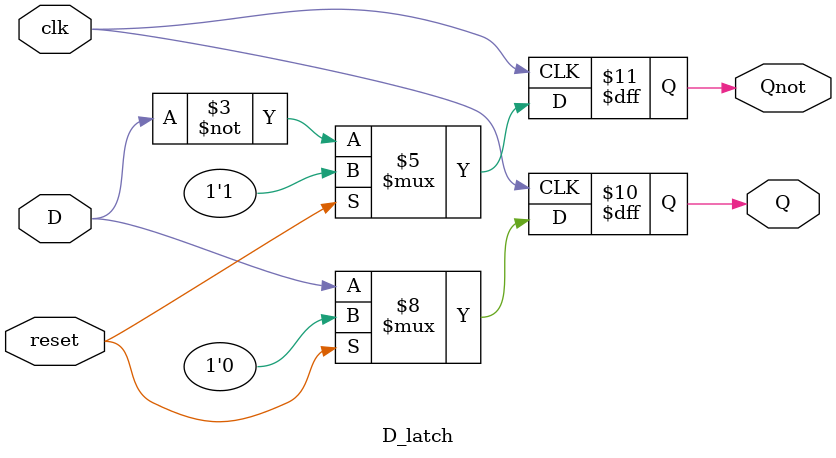
<source format=v>
`timescale 1ns / 1ps
module D_latch(D, clk, Q, Qnot, reset);
    input D;
    input clk;
    input reset;
    output reg Q;
    output reg Qnot;
 
 always @(posedge clk)  
    begin
    if(reset==1)
    begin
    Q <= 0;
    Qnot <= 1; 
    end
    else
    begin
    Q<=D;
    Qnot<=~D;
    end
    end
endmodule   

</source>
